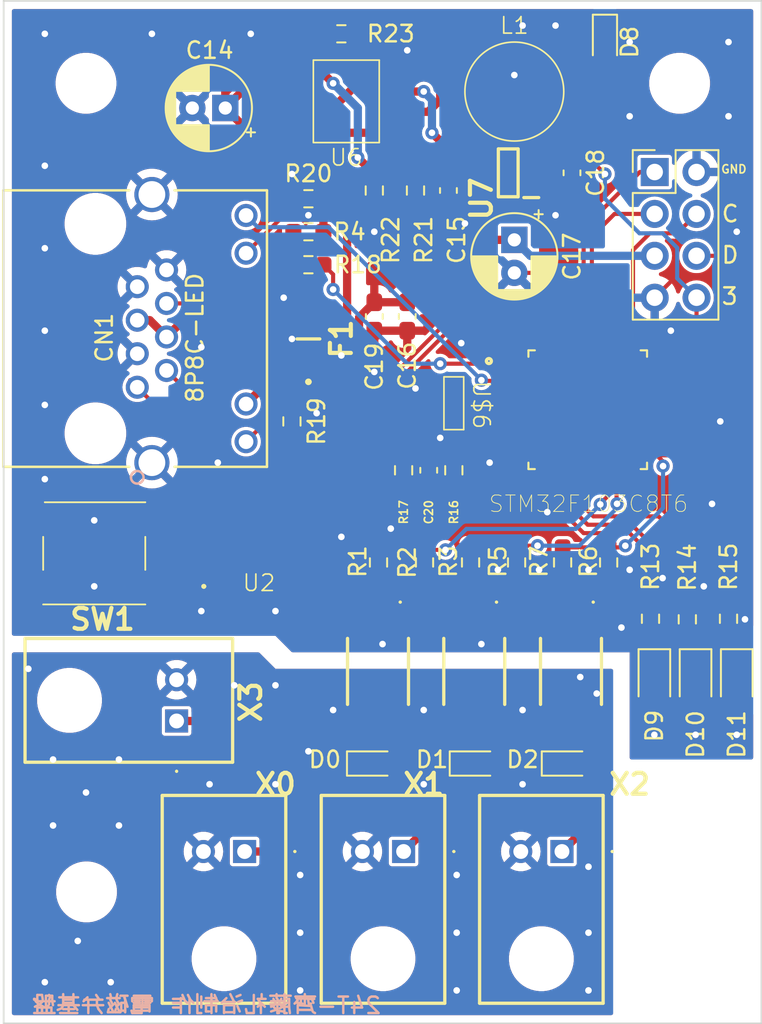
<source format=kicad_pcb>
(kicad_pcb (version 20240108) (generator "pcbnew") (generator_version "8.0")
  (layers (0 "F.Cu" signal) (31 "B.Cu" signal) (34 "B.Paste" user) (35 "F.Paste" user) (36 "B.SilkS" user "B.Silkscreen") (37 "F.SilkS" user "F.Silkscreen") (38 "B.Mask" user) (39 "F.Mask" user) (44 "Edge.Cuts" user))
  (net 0 "")
  (net 1 "GNDIO")
  (net 2 "+24V")
  (net 3 "Net-(U6-TC)")
  (net 4 "5V")
  (net 5 "3v3")
  (net 6 "/mcu/~{RESET}")
  (net 7 "SOLV0")
  (net 8 "SOLV1")
  (net 9 "Net-(CN1-Pad6)")
  (net 10 "SOLV2")
  (net 11 "VCC")
  (net 12 "/mcu/LED0")
  (net 13 "Net-(D9-PadA)")
  (net 14 "/mcu/LED1")
  (net 15 "Net-(D10-PadA)")
  (net 16 "/mcu/LED2")
  (net 17 "Net-(D11-PadA)")
  (net 18 "~{EMS}")
  (net 19 "Net-(CN1-C-G)")
  (net 20 "Net-(CN1-C-Y)")
  (net 21 "Net-(U6-FB)")
  (net 22 "Net-(U6-DC)")
  (net 28 "/mcu/SWDIO")
  (net 29 "/mcu/UART_RX")
  (net 30 "/mcu/UART_TX")
  (net 31 "LED_CAN")
  (net 34 "CANRX")
  (net 36 "CANTX")
  (net 38 "Net-(U1-OSC_OUT)")
  (net 45 "Net-(U1-OSC_IN)")
  (net 50 "/mcu/SWCLK")
  (net 51 "SOLV8")
  (net 54 "Net-(CN1-Pad4)")
  (net 55 "/can/CANH")
  (net 56 "/can/CANL")
  (net 57 "Net-(R2-Pad2)")
  (net 58 "Net-(R5-Pad2)")
  (net 59 "Net-(R6-Pad2)")
  (net 60 "Net-(D1-PadC)")
  (net 61 "Net-(D2-PadC)")
  (net 62 "Net-(D0-PadC)")
  (net 63 "GND")
  (net 64 "Net-(R17-Pad1)")
  (net 65 "Net-(U6-SWE)")
  (footprint "my_Library:XC6206" (layer "F.Cu") (at 80.629 60.429 180)
    (property "Reference" "U7")
    (property "Value" "XC6206" (hide yes))
  )
  (footprint "Resistor_SMD:R_0603_1608Metric_Pad0.98x0.95mm_HandSolder" (layer "F.Cu") (at 68.5 66 180)
    (property "Reference" "R18")
    (property "Value" "1k" (hide yes))
  )
  (footprint "Resistor_SMD:R_0603_1608Metric_Pad0.98x0.95mm_HandSolder" (layer "F.Cu") (at 75 61.5 -90)
    (property "Reference" "R21")
    (property "Value" "3.6k" (hide yes))
  )
  (footprint "Connector_PinHeader_2.54mm:PinHeader_2x04_P2.54mm_Vertical" (layer "F.Cu") (at 89.519 60.38)
    (property "Reference" "JP1" (hide yes))
    (property "Value" "PINHD-2X4" (hide yes))
  )
  (footprint "my_Library:430451025836" (layer "F.Cu") (at 55.5 83.5 180)
    (property "Reference" "SW1")
    (property "Value" "SWITCH_TACTILETOP" (hide yes))
  )
  (footprint "Capacitor_SMD:C_0603_1608Metric_Pad1.08x0.95mm_HandSolder" (layer "F.Cu") (at 84.5 60.429 -90)
    (property "Reference" "C18")
    (property "Value" "100n" (hide yes))
  )
  (footprint "Diode_SMD:D_0603_1608Metric_Pad1.05x0.95mm_HandSolder" (layer "F.Cu") (at 86.5 52.5 -90)
    (property "Reference" "D8")
    (property "Value" "DIODE-SOD123" (hide yes))
  )
  (footprint "my_Library:MC34063AD" (layer "F.Cu") (at 70.8 56.095 180)
    (property "Reference" "U6")
    (property "Value" "MC34063AD" (hide yes))
  )
  (footprint "MountingHole:MountingHole_3.2mm_M3" (layer "F.Cu") (at 55 55)
    (property "Reference" "REF**" (hide yes))
    (property "Value" "MountingHole_3.2mm_M3" (hide yes))
  )
  (footprint "Resistor_SMD:R_0603_1608Metric_Pad0.98x0.95mm_HandSolder" (layer "F.Cu") (at 91.5 87.5 -90)
    (property "Reference" "R14")
    (property "Value" "1k")
  )
  (footprint "LED_SMD:LED_0805_2012Metric_Pad1.15x1.40mm_HandSolder" (layer "F.Cu") (at 89.5 91.172 -90)
    (property "Reference" "D9")
    (property "Value" "LEDCHIPLED_0805" (hide yes))
  )
  (footprint "my_Library:S02BXASS1LFSN" (layer "F.Cu") (at 64.627 101.577 180)
    (property "Reference" "X0")
    (property "Value" "S2B-XASK-1" (hide yes))
  )
  (footprint "Capacitor_THT:CP_Radial_D5.0mm_P2.00mm" (layer "F.Cu") (at 81 64.493 -90)
    (property "Reference" "C17")
    (property "Value" "22u" (hide yes))
  )
  (footprint "Resistor_SMD:R_0603_1608Metric_Pad0.98x0.95mm_HandSolder" (layer "F.Cu") (at 77.327 78.463 90)
    (property "Reference" "R16")
    (property "Value" "10k" (hide yes))
  )
  (footprint "Resistor_SMD:R_0603_1608Metric_Pad0.98x0.95mm_HandSolder" (layer "F.Cu") (at 67.5 75.5 90)
    (property "Reference" "R19")
    (property "Value" "4k7" (hide yes))
  )
  (footprint "my_Library:11-4M1S" (layer "F.Cu") (at 72.725 90.657 180)
    (property "Reference" "TLP172AM3" (hide yes))
    (property "Value" "~" (hide yes))
  )
  (footprint "Resistor_SMD:R_0603_1608Metric_Pad0.98x0.95mm_HandSolder" (layer "F.Cu") (at 68.5 64)
    (property "Reference" "R4")
    (property "Value" "100k" (hide yes))
  )
  (footprint "my_Library:RJHSE-5381 LAN_port" (layer "F.Cu") (at 58.111 73.428 -90)
    (property "Reference" "CN1")
    (property "Value" "8P8C-LED")
  )
  (footprint "Resistor_SMD:R_0603_1608Metric_Pad0.98x0.95mm_HandSolder" (layer "F.Cu") (at 72.755 84.051 -90)
    (property "Reference" "R1")
    (property "Value" "10k" (hide yes))
  )
  (footprint "Resistor_SMD:R_0603_1608Metric_Pad0.98x0.95mm_HandSolder" (layer "F.Cu") (at 81.137 84.051 -90)
    (property "Reference" "R5")
    (property "Value" "100R" (hide yes))
  )
  (footprint "Capacitor_THT:CP_Radial_D5.0mm_P2.00mm" (layer "F.Cu") (at 63.455113 56.5 180)
    (property "Reference" "C14")
    (property "Value" "22u" (hide yes))
  )
  (footprint "my_Library:11-4M1S" (layer "F.Cu") (at 78.567 90.657 180)
    (property "Reference" "TLP172AM1" (hide yes))
    (property "Value" "~" (hide yes))
  )
  (footprint "Capacitor_SMD:C_0603_1608Metric_Pad1.08x0.95mm_HandSolder" (layer "F.Cu") (at 77 61.5 -90)
    (property "Reference" "C15")
    (property "Value" "220p" (hide yes))
  )
  (footprint "Resistor_SMD:R_0603_1608Metric_Pad0.98x0.95mm_HandSolder" (layer "F.Cu") (at 94 87.4655 -90)
    (property "Reference" "R15")
    (property "Value" "1k" (hide yes))
  )
  (footprint "Capacitor_SMD:C_0603_1608Metric_Pad1.08x0.95mm_HandSolder" (layer "F.Cu") (at 75.803 78.463 90)
    (property "Reference" "C20")
    (property "Value" "100n" (hide yes))
  )
  (footprint "my_Library:S02BXASS1LFSN" (layer "F.Cu") (at 83.891 101.577 180)
    (property "Reference" "X2")
    (property "Value" "S2B-XASK-1" (hide yes))
  )
  (footprint "my_Library:S02BXASS1LFSN" (layer "F.Cu") (at 74.279 101.577 180)
    (property "Reference" "X1")
    (property "Value" "S2B-XASK-1" (hide yes))
  )
  (footprint "my_Library:CSTCE8M00G55" (layer "F.Cu") (at 77.327 74.399 -90)
    (property "Reference" "U$6")
    (property "Value" "CSTCE8M00G55" (hide yes))
  )
  (footprint "Resistor_SMD:R_0603_1608Metric_Pad0.98x0.95mm_HandSolder" (layer "F.Cu") (at 89.265 87.4655 -90)
    (property "Reference" "R13")
    (property "Value" "1k" (hide yes))
  )
  (footprint "my_Library:S02BXASS1LFSN" (layer "F.Cu") (at 60.5 93.663 90)
    (property "Reference" "X3")
    (property "Value" "S2B-XASK-1" (hide yes))
  )
  (footprint "LED_SMD:LED_0805_2012Metric_Pad1.15x1.40mm_HandSolder" (layer "F.Cu") (at 94.5 91.172 -90)
    (property "Reference" "D11")
    (property "Value" "LEDCHIPLED_0805" (hide yes))
  )
  (footprint "Resistor_SMD:R_0603_1608Metric_Pad0.98x0.95mm_HandSolder" (layer "F.Cu") (at 86.725 84.051 -90)
    (property "Reference" "R6")
    (property "Value" "100R" (hide yes))
  )
  (footprint "my_Library:NANOASMDC035F2" (layer "F.Cu") (at 68.5 70.5 90)
    (property "Reference" "F1")
    (property "Value" "R-EU_R1206" (hide yes))
  )
  (footprint "Resistor_SMD:R_0603_1608Metric_Pad0.98x0.95mm_HandSolder" (layer "F.Cu") (at 74.279 78.463 90)
    (property "Reference" "R17")
    (property "Value" "100R" (hide yes))
  )
  (footprint "Diode_SMD:D_0603_1608Metric_Pad1.05x0.95mm_HandSolder" (layer "F.Cu") (at 84.326 96.243)
    (property "Reference" "D2")
    (property "Value" "DIODE-SOD123" (hide yes))
  )
  (footprint "Resistor_SMD:R_0603_1608Metric_Pad0.98x0.95mm_HandSolder" (layer "F.Cu") (at 75.549 84.051 -90)
    (property "Reference" "R2")
    (property "Value" "100R" (hide yes))
  )
  (footprint "MountingHole:MountingHole_3.2mm_M3" (layer "F.Cu") (at 55.033 104.026)
    (property "Reference" "REF**" (hide yes))
    (property "Value" "MountingHole_3.2mm_M3" (hide yes))
  )
  (footprint "Capacitor_SMD:C_0603_1608Metric_Pad1.08x0.95mm_HandSolder" (layer "F.Cu") (at 74.5 69.1375 -90)
    (property "Reference" "C16")
    (property "Value" "100n" (hide yes))
  )
  (footprint "Resistor_SMD:R_0603_1608Metric_Pad0.98x0.95mm_HandSolder" (layer "F.Cu") (at 68.5 62 180)
    (property "Reference" "R20")
    (property "Value" "1k" (hide yes))
  )
  (footprint "my_Library:stm32f103c8t6" (layer "F.Cu") (at 85.455 74.791)
    (property "Reference" "STM32F103C8T6")
    (property "Value" "STM32F103C8" (hide yes))
  )
  (footprint "MountingHole:MountingHole_3.2mm_M3" (layer "F.Cu") (at 91.033 55)
    (property "Reference" "REF**" (hide yes))
    (property "Value" "MountingHole_3.2mm_M3" (hide yes))
  )
  (footprint "Resistor_SMD:R_0603_1608Metric_Pad0.98x0.95mm_HandSolder" (layer "F.Cu") (at 83.931 84.051 -90)
    (property "Reference" "R7")
    (property "Value" "10k" (hide yes))
  )
  (footprint "Diode_SMD:D_0603_1608Metric_Pad1.05x0.95mm_HandSolder" (layer "F.Cu") (at 78.738 96.243)
    (property "Reference" "D1")
    (property "Value" "DIODE-SOD123" (hide yes))
  )
  (footprint "LED_SMD:LED_0805_2012Metric_Pad1.15x1.40mm_HandSolder" (layer "F.Cu") (at 92 91.172 -90)
    (property "Reference" "D10")
    (property "Value" "LEDCHIPLED_0805" (hide yes))
  )
  (footprint "MountingHole:MountingHole_3.2mm_M3" (layer "F.Cu") (at 91.033 104.026)
    (property "Reference" "REF**" (hide yes))
    (property "Value" "MountingHole_3.2mm_M3" (hide yes))
  )
  (footprint "Resistor_SMD:R_0603_1608Metric_Pad0.98x0.95mm_HandSolder" (layer "F.Cu") (at 70.5 52)
    (property "Reference" "R23")
    (property "Value" "0.68" (hide yes))
  )
  (footprint "Capacitor_SMD:C_0603_1608Metric_Pad1.08x0.95mm_HandSolder" (layer "F.Cu") (at 72.5 69.1375 90)
    (property "Reference" "C19")
    (property "Value" "100n" (hide yes))
  )
  (footprint "my_Library:L5852" (layer "F.Cu") (at 81 55.5)
    (property "Reference" "L1")
    (property "Value" "L5852")
  )
  (footprint "my_Library:NCV7351D1E" (layer "F.Cu") (at 65.74 81.865 -90)
    (property "Reference" "U2")
    (property "Value" "NCV7351D1E")
  )
  (footprint "Diode_SMD:D_0603_1608Metric_Pad1.05x0.95mm_HandSolder" (layer "F.Cu") (at 72.501 96.243)
    (property "Reference" "D0")
    (property "Value" "DIODE-SOD123" (hide yes))
  )
  (footprint "Resistor_SMD:R_0603_1608Metric_Pad0.98x0.95mm_HandSolder" (layer "F.Cu") (at 78.343 84.051 -90)
    (property "Reference" "R3")
    (property "Value" "10k" (hide yes))
  )
  (footprint "Resistor_SMD:R_0603_1608Metric_Pad0.98x0.95mm_HandSolder" (layer "F.Cu") (at 72.5 61.5 90)
    (property "Reference" "R22")
    (property "Value" "1.2k")
  )
  (footprint "my_Library:11-4M1S" (layer "F.Cu") (at 84.439 90.657 180)
    (property "Reference" "TLP172AM2" (hide yes))
    (property "Value" "~" (hide yes))
  )
  (gr_line (start 50 112) (end 96 112) (stroke (width 0.1)) (layer "Edge.Cuts"))
  (gr_line (start 96 112) (end 96 50) (stroke (width 0.1)) (layer "Edge.Cuts"))
  (gr_line (start 96 50) (end 50 50) (stroke (width 0.1)) (layer "Edge.Cuts"))
  (gr_line (start 50 50) (end 50 112) (stroke (width 0.1)) (layer "Edge.Cuts"))
  (gr_text "24T-齊藤礼治制作　電磁弁基盤\n" (at 73 111.5 0) (layer "B.SilkS") (effects (font (size 1 1)) (justify left bottom mirror)))
  (gr_text "GND" (at 93.5 60.5 0) (layer "F.SilkS") (effects (font (size 0.5 0.5) (thickness 0.1)) (justify left bottom)))
  (gr_text "D" (at 93.5 66 0) (layer "F.SilkS") (effects (font (size 1 1)) (justify left bottom)))
  (gr_text "C" (at 93.5 63.5 0) (layer "F.SilkS") (effects (font (size 1 1)) (justify left bottom)))
  (gr_text "3" (at 93.5 68.5 0) (layer "F.SilkS") (effects (font (size 1 1)) (justify left bottom)))
  (segment (start 66.73 83.77) (end 62.98 83.77) (width 0.25) (layer "F.Cu") (net 1))
  (segment (start 83.611396 71.951) (end 84.439 71.951) (width 0.25) (layer "F.Cu") (net 1))
  (segment (start 93.234 70.402396) (end 93.234 67.234001) (width 0.25) (layer "F.Cu") (net 1))
  (segment (start 87.705 78.971) (end 87.705 79.941695) (width 0.25) (layer "F.Cu") (net 1))
  (segment (start 73.5 54.19) (end 73.5 54) (width 0.25) (layer "F.Cu") (net 1))
  (segment (start 73 77.5505) (end 74.279 77.5505) (width 0.25) (layer "F.Cu") (net 1))
  (segment (start 60.55 82.55) (end 61.77 83.77) (width 0.25) (layer "F.Cu") (net 1))
  (segment (start 90.884 66.635) (end 89.519 68) (width 0.25) (layer "F.Cu") (net 1))
  (segment (start 92.059 60.38) (end 92.059 58.941) (width 0.25) (layer "F.Cu") (net 1))
  (segment (start 88.263305 80.5) (end 93 80.5) (width 0.25) (layer "F.Cu") (net 1))
  (segment (start 69.375 84.5) (end 63.71 84.5) (width 0.25) (layer "F.Cu") (net 1))
  (segment (start 83 69.5) (end 83.205 69.705) (width 0.25) (layer "F.Cu") (net 1))
  (segment (start 63.71 84.5) (end 62.98 83.77) (width 0.25) (layer "F.Cu") (net 1))
  (segment (start 77.704076 78.463) (end 76.6655 78.463) (width 0.25) (layer "F.Cu") (net 1))
  (segment (start 82.2415 61.2915) (end 82.104 61.429) (width 0.25) (layer "F.Cu") (net 1))
  (segment (start 93.234 67.234001) (end 92.634999 66.635) (width 0.25) (layer "F.Cu") (net 1))
  (segment (start 79.031268 69.5) (end 83 69.5) (width 0.25) (layer "F.Cu") (net 1))
  (segment (start 92.634999 66.635) (end 90.884 66.635) (width 0.25) (layer "F.Cu") (net 1))
  (segment (start 74.279 77.5505) (end 74.279 77.8015) (width 0.25) (layer "F.Cu") (net 1))
  (segment (start 70.035 83.84) (end 69.375 84.5) (width 0.25) (layer "F.Cu") (net 1))
  (segment (start 93.025 88.063424) (end 93.025 90.722) (width 0.25) (layer "F.Cu") (net 1))
  (segment (start 70.035 80.5155) (end 70.035 83.84) (width 0.25) (layer "F.Cu") (net 1))
  (segment (start 84.439 71.951) (end 84.705 71.685) (width 0.25) (layer "F.Cu") (net 1))
  (segment (start 82.915 66.493) (end 84.705 68.283) (width 0.25) (layer "F.Cu") (net 1))
  (segment (start 68.5 82.5) (end 68.96 82.5) (width 0.5) (layer "F.Cu") (net 1))
  (segment (start 84.705 68.283) (end 84.705 70.611) (width 0.25) (layer "F.Cu") (net 1))
  (segment (start 89.635 72.541) (end 91.095396 72.541) (width 0.25) (layer "F.Cu") (net 1))
  (segment (start 67.5 60.5) (end 69 62) (width 0.25) (layer "F.Cu") (net 1))
  (segment (start 81 66.493) (end 82.915 66.493) (width 0.25) (layer "F.Cu") (net 1))
  (segment (start 79.615396 75.541) (end 78.153198 77.003198) (width 0.25) (layer "F.Cu") (net 1))
  (segment (start 69.4125 62) (end 69.4125 64) (width 0.25) (layer "F.Cu") (net 1))
  (segment (start 76.6655 78.463) (end 75.803 79.3255) (width 0.25) (layer "F.Cu") (net 1))
  (segment (start 78.153198 77.003198) (end 78.153198 78.013878) (width 0.25) (layer "F.Cu") (net 1))
  (segment (start 93.025 90.722) (end 94.5 92.197) (width 0.25) (layer "F.Cu") (net 1))
  (segment (start 83.205 70.611) (end 83.205 71.544604) (width 0.25) (layer "F.Cu") (net 1))
  (segment (start 81.275 75.541) (end 79.615396 75.541) (width 0.25) (layer "F.Cu") (net 1))
  (segment (start 92.059 58.941) (end 94 57) (width 0.25) (layer "F.Cu") (net 1))
  (segment (start 68 82.5) (end 66.73 83.77) (width 0.25) (layer "F.Cu") (net 1))
  (segment (start 84.705 71.685) (end 84.705 70.611) (width 0.25) (layer "F.Cu") (net 1))
  (segment (start 72.6395 77.5505) (end 73 77.5505) (width 0.25) (layer "F.Cu") (net 1))
  (segment (start 74.279 76.643188) (end 74.279 77.5505) (width 0.25) (layer "F.Cu") (net 1))
  (segment (start 76.523188 74.399) (end 74.279 76.643188) (width 0.25) (layer "F.Cu") (net 1))
  (segment (start 73 77.5505) (end 70.035 80.5155) (width 0.25) (layer "F.Cu") (net 1))
  (segment (start 83.205 69.705) (end 83.205 70.611) (width 0.25) (layer "F.Cu") (net 1))
  (segment (start 77.102 74.399) (end 76.523188 74.399) (width 0.25) (layer "F.Cu") (net 1))
  (segment (start 68.5 82.5) (end 68 82.5) (width 0.25) (layer "F.Cu") (net 1))
  (segment (start 78.153198 78.013878) (end 77.704076 78.463) (width 0.25) (layer "F.Cu") (net 1))
  (segment (start 91.095396 72.541) (end 93.234 70.402396) (width 0.25) (layer "F.Cu") (net 1))
  (segment (start 75.899 74.399) (end 77.102 74.399) (width 0.25) (layer "F.Cu") (net 1))
  (segment (start 61.77 83.77) (end 62.98 83.77) (width 0.25) (layer "F.Cu") (net 1))
  (segment (start 69 62) (end 69.4125 62) (width 0.25) (layer "F.Cu") (net 1))
  (segment (start 73.5 54) (end 74.5 53) (width 0.25) (layer "F.Cu") (net 1))
  (segment (start 60.55 79.55) (end 60.55 82.55) (width 0.25) (layer "F.Cu") (net 1))
  (segment (start 93.588424 87.5) (end 93.025 88.063424) (width 0.25) (layer "F.Cu") (net 1))
  (segment (start 87.705 79.941695) (end 88.263305 80.5) (width 0.25) (layer "F.Cu") (net 1))
  (segment (start 59 78) (end 60.55 79.55) (width 0.25) (layer "F.Cu") (net 1))
  (segment (start 75 73.5) (end 75.899 74.399) (width 0.25) (layer "F.Cu") (net 1))
  (segment (start 77.778287 70.752981) (end 79.031268 69.5) (width 0.25) (layer "F.Cu") (net 1))
  (segment (start 83.205 71.544604) (end 83.611396 71.951) (width 0.25) (layer "F.Cu") (net 1))
  (segment (start 72.5 62.4125) (end 72.5 64) (width 0.25) (layer "F.Cu") (net 1))
  (segment (start 95 87.5) (end 93.588424 87.5) (width 0.25) (layer "F.Cu") (net 1))
  (segment (start 68.5 82.5) (end 68.94 82.5) (width 0.25) (layer "F.Cu") (net 1))
  (via (at 65 52) (size 0.8) (drill 0.4) (layers "F.Cu" "B.Cu") (net 1))
  (via (at 93.5 75.5) (size 0.8) (drill 0.4) (layers "F.Cu" "B.Cu") (net 1))
  (via (at 77.778287 70.752981) (size 0.8) (drill 0.4) (layers "F.Cu" "B.Cu") (net 1))
  (via (at 52.5 60) (size 0.8) (drill 0.4) (layers "F.Cu" "B.Cu") (net 1))
  (via (at 93 80.5) (size 0.8) (drill 0.4) (layers "F.Cu" "B.Cu") (net 1))
  (via (at 79.5 78) (size 0.8) (drill 0.4) (layers "F.Cu" "B.Cu") (net 1))
  (via (at 88 84.5) (size 0.8) (drill 0.4) (layers "F.Cu" "B.Cu") (net 1))
  (via (at 95 87.5) (size 0.8) (drill 0.4) (layers "F.Cu" "B.Cu") (net 1))
  (via (at 52.5 79) (size 0.8) (drill 0.4) (layers "F.Cu" "B.Cu") (net 1))
  (via (at 82.5 84.5) (size 0.8) (drill 0.4) (layers "F.Cu" "B.Cu") (net 1))
  (via (at 52.5 52) (size 0.8) (drill 0.4) (layers "F.Cu" "B.Cu") (net 1))
  (via (at 70.5 71.5) (size 0.8) (drill 0.4) (layers "F.Cu" "B.Cu") (net 1))
  (via (at 92.5 85.5) (size 0.8) (drill 0.4) (layers "F.Cu" "B.Cu") (net 1))
  (via (at 68.5 63) (size 0.8) (drill 0.4) (layers "F.Cu" "B.Cu") (net 1))
  (via (at 72.5 64) (size 0.8) (drill 0.4) (layers "F.Cu" "B.Cu") (net 1))
  (via (at 55.5 85.5) (size 0.8) (drill 0.4) (layers "F.Cu" "B.Cu") (net 1))
  (via (at 62 87) (size 0.8) (drill 0.4) (layers "F.Cu" "B.Cu") (net 1))
  (via (at 83 81) (size 0.8) (drill 0.4) (layers "F.Cu" "B.Cu") (net 1))
  (via (at 78 63.5) (size 0.8) (drill 0.4) (layers "F.Cu" "B.Cu") (net 1))
  (via (at 70.5 82.5) (size 0.8) (drill 0.4) (layers "F.Cu" "B.Cu") (net 1))
  (via (at 88 57) (size 0.8) (drill 0.4) (layers "F.Cu" "B.Cu") (net 1))
  (via (at 87.5 88) (size 0.8) (drill 0.4) (layers "F.Cu" "B.Cu") (net 1))
  (via (at 74.5 53) (size 0.8) (drill 0.4) (layers "F.Cu" "B.Cu") (net 1))
  (via (at 81.5 51.5) (size 0.8) (drill 0.4) (layers "F.Cu" "B.Cu") (net 1))
  (via (at 66.5 87) (size 0.8) (drill 0.4) (layers "F.Cu" "B.Cu") (net 1))
  (via (at 94 52.5) (size 0.8) (drill 0.4) (layers "F.Cu" "B.Cu") (net 1))
  (via (at 92 94.5) (size 0.8) (drill 0.4) (layers "F.Cu" "B.Cu") (net 1))
  (via (at 81 54.5) (size 0.8) (drill 0.4) (layers "F.Cu" "B.Cu") (net 1))
  (via (at 83.5 63) (size 0.8) (drill 0.4) (layers "F.Cu" "B.Cu") (net 1))
  (via (at 94 57) (size 0.8) (drill 0.4) (layers "F.Cu" "B.Cu") (net 1))
  (via (at 89.5 94.5) (size 0.8) (drill 0.4) (layers "F.Cu" "B.Cu") (net 1))
  (via (at 69 75) (size 0.8) (drill 0.4) (layers "F.Cu" "B.Cu") (net 1))
  (via (at 83.5 51.5) (size 0.8) (drill 0.4) (layers "F.Cu" "B.Cu") (net 1))
  (via (at 52.5 74.5) (size 0.8) (drill 0.4) (layers "F.Cu" "B.Cu") (net 1))
  (via (at 85.5 84.5) (size 0.8) (drill 0.4) (layers "F.Cu" "B.Cu") (net 1))
  (via (at 94.5 64) (size 0.8) (drill 0.4) (layers "F.Cu" "B.Cu") (net 1))
  (via (at 67.5 70.5) (size 0.8) (drill 0.4) (layers "F.Cu" "B.Cu") (net 1))
  (via (at 73.5 82) (size 0.8) (drill 0.4) (layers "F.Cu" "B.Cu") (net 1))
  (via (at 63 78) (size 0.8) (drill 0.4) (layers "F.Cu" "B.Cu") (net 1))
  (via (at 52.5 70) (size 0.8) (drill 0.4) (layers "F.Cu" "B.Cu") (net 1))
  (via (at 75 73.5) (size 0.8) (drill 0.4) (layers "F.Cu" "B.Cu") (net 1))
  (via (at 80 84.5) (size 0.8) (drill 0.4) (layers "F.Cu" "B.Cu") (net 1))
  (via (at 88 52.5) (size 0.8) (drill 0.4) (layers "F.Cu" "B.Cu") (net 1))
  (via (at 67 68) (size 0.8) (drill 0.4) (layers "F.Cu" "B.Cu") (net 1))
  (via (at 67.5 60.5) (size 0.8) (drill 0.4) (layers "F.Cu" "B.Cu") (net 1))
  (via (at 72.5 72.5) (size 0.8) (drill 0.4) (layers "F.Cu" "B.Cu") (net 1))
  (via (at 52.5 65) (size 0.8) (drill 0.4) (layers "F.Cu" "B.Cu") (net 1))
  (via (at 94.5 94.5) (size 0.8) (drill 0.4) (layers "F.Cu" "B.Cu") (net 1))
  (via (at 55.5 81.5) (size 0.8) (drill 0.4) (layers "F.Cu" "B.Cu") (net 1))
  (via (at 90.5 70) (size 0.8) (drill 0.4) (layers "F.Cu" "B.Cu") (net 1))
  (via (at 62 71) (size 0.8) (drill 0.4) (layers "F.Cu" "B.Cu") (net 1))
  (via (at 59 52) (size 0.8) (drill 0.4) (layers "F.Cu" "B.Cu") (net 1))
  (via (at 73 89) (size 0.8) (drill 0.4) (layers "F.Cu" "B.Cu") (net 1))
  (via (at 79 89) (size 0.8) (drill 0.4) (layers "F.Cu" "B.Cu") (net 1))
  (via (at 76.5 76.5) (size 0.8) (drill 0.4) (layers "F.Cu" "B.Cu") (net 1))
  (via (at 90 85) (size 0.8) (drill 0.4) (layers "F.Cu" "B.Cu") (net 1))
  (segment (start 70.85 61.971146) (end 68.528854 59.65) (width 0.5) (layer "F.Cu") (net 2))
  (segment (start 64.495113 55.46) (end 68.1 55.46) (width 0.5) (layer "F.Cu") (net 2))
  (segment (start 70.85 69.625) (end 68.5 71.975) (width 0.5) (layer "F.Cu") (net 2))
  (segment (start 68.528854 59.65) (end 66.605113 59.65) (width 0.5) (layer "F.Cu") (net 2))
  (segment (start 63.455113 56.5) (end 64.495113 55.46) (width 0.5) (layer "F.Cu") (net 2))
  (segment (start 66.605113 59.65) (end 63.455113 56.5) (width 0.5) (layer "F.Cu") (net 2))
  (segment (start 67 52) (end 63.455113 55.544887) (width 0.5) (layer "F.Cu") (net 2))
  (segment (start 68.5 71.975) (end 67.184 71.975) (width 0.5) (layer "F.Cu") (net 2))
  (segment (start 69.5875 52) (end 67 52) (width 0.5) (layer "F.Cu") (net 2))
  (segment (start 67.184 71.975) (end 64.715 74.444) (width 0.5) (layer "F.Cu") (net 2))
  (segment (start 63.455113 55.544887) (end 63.455113 56.5) (width 0.5) (layer "F.Cu") (net 2))
  (segment (start 70.85 61.971146) (end 70.85 69.625) (width 0.5) (layer "F.Cu") (net 2))
  (segment (start 64.8585 74.5875) (end 64.715 74.444) (width 0.25) (layer "F.Cu") (net 2))
  (segment (start 68.1 55.46) (end 68.73 55.46) (width 0.25) (layer "F.Cu") (net 2))
  (segment (start 73.5 55.46) (end 73.96 55.46) (width 0.5) (layer "F.Cu") (net 3))
  (segment (start 75.5 55.5) (end 73.54 55.5) (width 0.5) (layer "F.Cu") (net 3))
  (segment (start 77 59) (end 76 58) (width 0.5) (layer "F.Cu") (net 3))
  (segment (start 77 60.6375) (end 77 59) (width 0.5) (layer "F.Cu") (net 3))
  (segment (start 73.54 55.5) (end 73.5 55.46) (width 0.5) (layer "F.Cu") (net 3))
  (via (at 76 58) (size 0.8) (drill 0.4) (layers "F.Cu" "B.Cu") (net 3))
  (via (at 75.5 55.5) (size 0.8) (drill 0.4) (layers "F.Cu" "B.Cu") (net 3))
  (segment (start 76 58) (end 76 56) (width 0.5) (layer "B.Cu") (net 3))
  (segment (start 76 56) (end 75.5 55.5) (width 0.5) (layer "B.Cu") (net 3))
  (segment (start 74.5 67) (end 74.5 68.275) (width 0.25) (layer "F.Cu") (net 4))
  (segment (start 79.154 63.346) (end 79.154 60.429) (width 0.5) (layer "F.Cu") (net 4))
  (segment (start 72.5 68.275) (end 72.225 68.275) (width 0.25) (layer "F.Cu") (net 4))
  (segment (start 79.154 56.154) (end 78.5 55.5) (width 0.5) (layer "F.Cu") (net 4))
  (segment (start 79.105 60.429) (end 79.154 60.429) (width 0.25) (layer "F.Cu") (net 4))
  (segment (start 64.71 81.23) (end 65.5 81.23) (width 0.5) (layer "F.Cu") (net 4))
  (segment (start 71.575 69.2) (end 72.5 68.275) (width 0.5) (layer "F.Cu") (net 4))
  (segment (start 62.98 79.96) (end 63.44 79.96) (width 0.5) (layer "F.Cu") (net 4))
  (segment (start 75 62.4125) (end 75 66.5) (width 0.25) (layer "F.Cu") (net 4))
  (segment (start 65.5 80.050432) (end 71.575 73.975432) (width 0.5) (layer "F.Cu") (net 4))
  (segment (start 65.5 81.23) (end 65.5 80.050432) (width 0.5) (layer "F.Cu") (net 4))
  (segment (start 79 64) (end 79 63.5) (width 0.5) (layer "F.Cu") (net 4))
  (segment (start 75 66.5) (end 74.5 67) (width 0.25) (layer "F.Cu") (net 4))
  (segment (start 81 64.493) (end 79.493 64.493) (width 0.5) (layer "F.Cu") (net 4))
  (segment (start 79.154 60.429) (end 79.154 56.154) (width 0.5) (layer "F.Cu") (net 4))
  (segment (start 79.493 64.493) (end 79 64) (width 0.5) (layer "F.Cu") (net 4))
  (segment (start 71.575 73.975432) (end 71.575 69.2) (width 0.5) (layer "F.Cu") (net 4))
  (segment (start 68.5 81.23) (end 68.96 81.23) (width 0.25) (layer "F.Cu") (net 4))
  (segment (start 63.44 79.96) (end 64.71 81.23) (width 0.5) (layer "F.Cu") (net 4))
  (segment (start 65.5 81.23) (end 68.5 81.23) (width 0.5) (layer "F.Cu") (net 4))
  (segment (start 79 63.5) (end 79.154 63.346) (width 0.5) (layer "F.Cu") (net 4))
  (segment (start 79.154 60.429) (end 79.154 60.654) (width 0.25) (layer "F.Cu") (net 4))
  (segment (start 89.519 65.46) (end 81.967 65.46) (width 0.5) (layer "B.Cu") (net 4))
  (segment (start 81.967 65.46) (end 81 64.493) (width 0.5) (layer "B.Cu") (net 4))
  (segment (start 81.275 76.041) (end 80.003 76.041) (width 0.25) (layer "F.Cu") (net 5))
  (segment (start 78.603198 77.440802) (end 78.603198 78.574302) (width 0.25) (layer "F.Cu") (net 5))
  (segment (start 87.995 72.411) (end 88.205 72.621) (width 0.25) (layer "F.Cu") (net 5))
  (segment (start 82.705 70.611) (end 82.705 71.681) (width 0.25) (layer "F.Cu") (net 5))
  (segment (start 82.2415 59.5665) (end 82.104 59.429) (width 0.25) (layer "F.Cu") (net 5))
  (segment (start 86.5 60.5) (end 85.5 59.5) (width 0.25) (layer "F.Cu") (net 5))
  (segment (start 85.4335 59.5665) (end 84.5 59.5665) (width 0.25) (layer "F.Cu") (net 5))
  (segment (start 89.635 72.041) (end 88.565 72.041) (width 0.25) (layer "F.Cu") (net 5))
  (segment (start 89.635 72.041) (end 90.959 72.041) (width 0.25) (layer "F.Cu") (net 5))
  (segment (start 87.995 72.401) (end 88.205 72.401) (width 0.25) (layer "F.Cu") (net 5))
  (segment (start 77.802 79.3755) (end 77.327 79.3755) (width 0.25) (layer "F.Cu") (net 5))
  (segment (start 88.205 72.875) (end 88.205 78.971) (width 0.25) (layer "F.Cu") (net 5))
  (segment (start 83.425 72.401) (end 87.741 72.401) (width 0.25) (layer "F.Cu") (net 5))
  (segment (start 80.003 76.041) (end 78.603198 77.440802) (width 0.25) (layer "F.Cu") (net 5))
  (segment (start 87.741 72.411) (end 88.205 72.875) (width 0.25) (layer "F.Cu") (net 5))
  (segment (start 88.565 72.041) (end 88.205 72.401) (width 0.25) (layer "F.Cu") (net 5))
  (segment (start 87.741 72.401) (end 87.995 72.401) (width 0.25) (layer "F.Cu") (net 5))
  (segment (start 81.275 76.041) (end 84.565 76.041) (width 0.25) (layer "F.Cu") (net 5))
  (segment (start 87.741 72.401) (end 87.741 72.411) (width 0.25) (layer "F.Cu") (net 5))
  (segment (start 84.5 59.5665) (end 82.2415 59.5665) (width 0.25) (layer "F.Cu") (net 5))
  (segment (start 88.205 72.621) (end 88.205 72.875) (width 0.25) (layer "F.Cu") (net 5))
  (segment (start 88.205 72.401) (end 88.205 72.621) (width 0.25) (layer "F.Cu") (net 5))
  (segment (start 87.995 72.401) (end 87.995 72.411) (width 0.25) (layer "F.Cu") (net 5))
  (segment (start 85.5 59.5) (end 85.4335 59.5665) (width 0.25) (layer "F.Cu") (net 5))
  (segment (start 82.705 71.681) (end 83.425 72.401) (width 0.25) (layer "F.Cu") (net 5))
  (segment (start 78.603198 78.574302) (end 77.802 79.3755) (width 0.25) (layer "F.Cu") (net 5))
  (segment (start 84.565 76.041) (end 88.565 72.041) (width 0.25) (layer "F.Cu") (net 5))
  (segment (start 90.959 72.041) (end 92.059 70.941) (width 0.25) (layer "F.Cu") (net 5))
  (segment (start 92.059 70.941) (end 92.059 68) (width 0.25) (layer "F.Cu") (net 5))
  (via (at 86.5 60.5) (size 0.8) (drill 0.4) (layers "F.Cu" "B.Cu") (net 5))
  (segment (start 90.884 64.973299) (end 90.005701 64.095) (width 0.25) (layer "B.Cu") (net 5))
  (segment (start 88.595 64.095) (end 86.5 62) (width 0.25) (layer "B.Cu") (net 5))
  (segment (start 92.059 68) (end 90.884 66.825) (width 0.25) (layer "B.Cu") (net 5))
  (segment (start 90.005701 64.095) (end 88.595 64.095) (width 0.25) (layer "B.Cu") (net 5))
  (segment (start 86.5 62) (end 86.5 60.5) (width 0.25) (layer "B.Cu") (net 5))
  (segment (start 90.884 66.825) (end 90.884 64.973299) (width 0.25) (layer "B.Cu") (net 5))
  (segment (start 77.327 77.193) (end 77.327 77.5505) (width 0.25) (layer "F.Cu") (net 6))
  (segment (start 79.479 75.041) (end 77.327 77.193) (width 0.25) (layer "F.Cu") (net 6))
  (segment (start 75.803 77.6005) (end 77.277 77.6005) (width 0.25) (layer "F.Cu") (net 6))
  (segment (start 62.325 85.825) (end 69.675 85.825) (width 0.25) (layer "F.Cu") (net 6))
  (segment (start 69.675 85.825) (end 71.5 84) (width 0.25) (layer "F.Cu") (net 6))
  (segment (start 59 81.5) (end 59 82.5) (width 0.25) (layer "F.Cu") (net 6))
  (segment (start 71.5 81.479) (end 73.479 79.5) (width 0.25) (layer "F.Cu") (net 6))
  (segment (start 75.0405 78.363) (end 75.803 77.6005) (width 0.25) (layer "F.Cu") (net 6))
  (segment (start 73.479 79.5) (end 73.479 78.885924) (width 0.25) (layer "F.Cu") (net 6))
  (segment (start 77.277 77.6005) (end 77.327 77.5505) (width 0.25) (layer "F.Cu") (net 6))
  (segment (start 71.5 84) (end 71.5 81.479) (width 0.25) (layer "F.Cu") (net 6))
  (segment (start 59 82.5) (end 62.325 85.825) (width 0.25) (layer "F.Cu") (net 6))
  (segment (start 74.001924 78.363) (end 75.0405 78.363) (width 0.25) (layer "F.Cu") (net 6))
  (segment (start 81.275 75.041) (end 79.479 75.041) (width 0.25) (layer "F.Cu") (net 6))
  (segment (start 75.637 77.3665) (end 75.687 77.3165) (width 0.25) (layer "F.Cu") (net 6))
  (segment (start 73.479 78.885924) (end 74.001924 78.363) (width 0.25) (layer "F.Cu") (net 6))
  (segment (start 75.6995 83.289) (end 75.549 83.1385) (width 0.25) (layer "F.Cu") (net 7))
  (segment (start 76.819 83.289) (end 75.6995 83.289) (width 0.25) (layer "F.Cu") (net 7))
  (segment (start 75.549 83.1385) (end 72.755 83.1385) (width 0.25) (layer "F.Cu") (net 7))
  (segment (start 86.217 80.485695) (end 86.217 80.532) (width 0.25) (layer "F.Cu") (net 7))
  (segment (start 86.705 78.971) (end 86.705 79.997695) (width 0.25) (layer "F.Cu") (net 7))
  (segment (start 86.705 79.997695) (end 86.217 80.485695) (width 0.25) (layer "F.Cu") (net 7))
  (via (at 86.217 80.532) (size 0.8) (drill 0.4) (layers "F.Cu" "B.Cu") (net 7))
  (via (at 76.819 83.289) (size 0.8) (drill 0.4) (layers "F.Cu" "B.Cu") (net 7))
  (segment (start 84.73 82.019) (end 78.089 82.019) (width 0.25) (layer "B.Cu") (net 7))
  (segment (start 86.217 80.532) (end 84.73 82.019) (width 0.25) (layer "B.Cu") (net 7))
  (segment (start 78.089 82.019) (end 76.819 83.289) (width 0.25) (layer "B.Cu") (net 7))
  (segment (start 82.407 83.035) (end 81.2405 83.035) (width 0.25) (layer "F.Cu") (net 8))
  (segment (start 78.343 83.1385) (end 81.137 83.1385) (width 0.25) (layer "F.Cu") (net 8))
  (segment (start 81.2405 83.035) (end 81.137 83.1385) (width 0.25) (layer "F.Cu") (net 8))
  (segment (start 87.205 80.467) (end 87.233 80.495) (width 0.25) (layer "F.Cu") (net 8))
  (segment (start 87.205 78.971) (end 87.205 80.467) (width 0.25) (layer "F.Cu") (net 8))
  (via (at 87.233 80.495) (size 0.8) (drill 0.4) (layers "F.Cu" "B.Cu") (net 8))
  (via (at 82.407 83.035) (size 0.8) (drill 0.4) (layers "F.Cu" "B.Cu") (net 8))
  (segment (start 87.233 80.495) (end 87.233 80.749) (width 0.25) (layer "B.Cu") (net 8))
  (segment (start 84.947 83.035) (end 82.407 83.035) (width 0.25) (layer "B.Cu") (net 8))
  (segment (start 87.233 80.749) (end 84.947 83.035) (width 0.25) (layer "B.Cu") (net 8))
  (segment (start 87.233 80.495) (end 87.279305 80.541305) (width 0.25) (layer "B.Cu") (net 8))
  (segment (start 65.2395 68.348) (end 67.5875 66) (width 0.25) (layer "F.Cu") (net 9))
  (segment (start 67.5875 64) (end 67.5875 66) (width 0.25) (layer "F.Cu") (net 9))
  (segment (start 59.889 68.348) (end 65.2395 68.348) (width 0.25) (layer "F.Cu") (net 9))
  (segment (start 86.725 83.1385) (end 87.6375 83.1385) (width 0.25) (layer "F.Cu") (net 10))
  (segment (start 90.027 77.933) (end 89.635 77.541) (width 0.25) (layer "F.Cu") (net 10))
  (segment (start 90.027 78.209) (end 90.027 77.933) (width 0.25) (layer "F.Cu") (net 10))
  (segment (start 83.931 83.1385) (end 86.725 83.1385) (width 0.25) (layer "F.Cu") (net 10))
  (segment (start 87.6375 83.1385) (end 87.736347 83.039653) (width 0.25) (layer "F.Cu") (net 10))
  (via (at 90.027 78.209) (size 0.8) (drill 0.4) (layers "F.Cu" "B.Cu") (net 10))
  (via (at 87.736347 83.039653) (size 0.8) (drill 0.4) (layers "F.Cu" "B.Cu") (net 10))
  (segment (start 87.736347 83.039653) (end 90.027 80.749) (width 0.25) (layer "B.Cu") (net 10))
  (segment (start 90.027 80.749) (end 90.027 78.209) (width 0.25) (layer "B.Cu") (net 10))
  (segment (start 77.327 91.671) (end 83.453 91.671) (width 0.5) (layer "F.Cu") (net 11))
  (segment (start 83.453 91.671) (end 85.739 93.957) (width 0.5) (layer "F.Cu") (net 11))
  (segment (start 74.025 93.957) (end 71.739 91.671) (width 0.5) (layer "F.Cu") (net 11))
  (segment (start 71.739 91.671) (end 69.199 91.671) (width 0.5) (layer "F.Cu") (net 11))
  (segment (start 71.739 91.671) (end 77.327 91.671) (width 0.5) (layer "F.Cu") (net 11))
  (segment (start 67.207 93.663) (end 60.5 93.663) (width 0.5) (layer "F.Cu") (net 11))
  (segment (start 69.199 91.671) (end 67.207 93.663) (width 0.5) (layer "F.Cu") (net 11))
  (segment (start 77.581 91.671) (end 77.327 91.671) (width 0.5) (layer "F.Cu") (net 11))
  (segment (start 79.867 93.957) (end 77.581 91.671) (width 0.5) (layer "F.Cu") (net 11))
  (segment (start 84.205 79.595) (end 84.205 81.237) (width 0.25) (layer "F.Cu") (net 12))
  (segment (start 89.265 83.543) (end 89.265 86.553) (width 0.25) (layer "F.Cu") (net 12))
  (segment (start 85.201 82.273) (end 87.995 82.273) (width 0.25) (layer "F.Cu") (net 12))
  (segment (start 87.995 82.273) (end 89.265 83.543) (width 0.25) (layer "F.Cu") (net 12))
  (segment (start 84.205 81.237) (end 84.185 81.257) (width 0.25) (layer "F.Cu") (net 12))
  (segment (start 84.185 81.257) (end 85.201 82.273) (width 0.25) (layer "F.Cu") (net 12))
  (segment (start 89.265 88.378) (end 89.265 89.912) (width 0.25) (layer "F.Cu") (net 13))
  (segment (start 89.265 89.912) (end 89.5 90.147) (width 0.25) (layer "F.Cu") (net 13))
  (segment (start 91.5 85.141604) (end 91.5 86.5875) (width 0.25) (layer "F.Cu") (net 14))
  (segment (start 85.455 81.765) (end 88.123396 81.765) (width 0.25) (layer "F.Cu") (net 14))
  (segment (start 84.693 79.607) (end 84.693 81.003) (width 0.25) (layer "F.Cu") (net 14))
  (segment (start 84.693 81.003) (end 85.455 81.765) (width 0.25) (layer "F.Cu") (net 14))
  (segment (start 84.705 79.595) (end 84.693 79.607) (width 0.25) (layer "F.Cu") (net 14))
  (segment (start 88.123396 81.765) (end 91.5 85.141604) (width 0.25) (layer "F.Cu") (net 14))
  (segment (start 91.5 88.4125) (end 91.5 89.647) (width 0.25) (layer "F.Cu") (net 15))
  (segment (start 91.5 89.647) (end 92 90.147) (width 0.25) (layer "F.Cu") (net 15))
  (segment (start 85.205 80.665) (end 85.797 81.257) (width 0.25) (layer "F.Cu") (net 16))
  (segment (start 89.757 81.257) (end 94 85.5) (width 0.25) (layer "F.Cu") (net 16))
  (segment (start 85.797 81.257) (end 89.757 81.257) (width 0.25) (layer "F.Cu") (net 16))
  (segment (start 85.205 79.595) (end 85.205 80.665) (width 0.25) (layer "F.Cu") (net 16))
  (segment (start 94 85.5) (end 94 86.553) (width 0.25) (layer "F.Cu") (net 16))
  (segment (start 94 88.378) (end 94 89.647) (width 0.25) (layer "F.Cu") (net 17))
  (segment (start 94 89.647) (end 94.5 90.147) (width 0.25) (layer "F.Cu") (net 17))
  (segment (start 70 66.5875) (end 69.4125 66) (width 0.25) (layer "F.Cu") (net 18))
  (segment (start 70 67.5) (end 70 66.5875) (width 0.25) (layer "F.Cu") (net 18))
  (segment (start 80.205 72.541) (end 79.664 72) (width 0.25) (layer "F.Cu") (net 18))
  (segment (start 81.275 72.541) (end 80.205 72.541) (width 0.25) (layer "F.Cu") (net 18))
  (segment (start 79.664 72) (end 76.5 72) (width 0.25) (layer "F.Cu") (net 18))
  (via (at 76.5 72) (size 0.8) (drill 0.4) (layers "F.Cu" "B.Cu") (net 18))
  (via (at 70 67.5) (size 0.8) (drill 0.4) (layers "F.Cu" "B.Cu") (net 18))
  (segment (start 76.5 72) (end 74.5 72) (width 0.25) (layer "B.Cu") (net 18))
  (segment (start 74.5 72) (end 70 67.5) (width 0.25) (layer "B.Cu") (net 18))
  (segment (start 66.8575 74.5875) (end 64.715 76.73) (width 0.25) (layer "F.Cu") (net 19))
  (segment (start 67.5 74.5875) (end 66.8575 74.5875) (width 0.25) (layer "F.Cu") (net 19))
  (segment (start 67.5875 62) (end 67.5875 62.4275) (width 0.25) (layer "F.Cu") (net 20))
  (segment (start 67.5875 62.4275) (end 64.715 65.3) (width 0.25) (layer "F.Cu") (net 20))
  (segment (start 64.915 65.5) (end 64.715 65.3) (width 0.25) (layer "F.Cu") (net 20))
  (segment (start 69.19 54.19) (end 70 55) (width 0.5) (layer "F.Cu") (net 21))
  (segment (start 68.1 54.19) (end 69.19 54.19) (width 0.5) (layer "F.Cu") (net 21))
  (segment (start 71.5 59.5) (end 72.5 60.5) (width 0.5) (layer "F.Cu") (net 21))
  (segment (start 72.5 60.5) (end 72.5 60.5875) (width 0.5) (layer "F.Cu") (net 21))
  (segment (start 75 60.5875) (end 72.5 60.5875) (width 0.5) (layer "F.Cu") (net 21))
  (via (at 71.5 59.5) (size 0.8) (drill 0.4) (layers "F.Cu" "B.Cu") (net 21))
  (via (at 70 55) (size 0.8) (drill 0.4) (layers "F.Cu" "B.Cu") (net 21))
  (segment (start 71.5 59.5) (end 71.5 56.5) (width 0.5) (layer "B.Cu") (net 21))
  (segment (start 71.5 56.5) (end 70 55) (width 0.5) (layer "B.Cu") (net 21))
  (segment (start 69.77 56.73) (end 68.1 56.73) (width 0.5) (layer "F.Cu") (net 22))
  (segment (start 68.1 56.73) (end 68.1 58) (width 0.5) (layer "F.Cu") (net 22))
  (segment (start 68.1 58) (end 73.5 58) (width 0.5) (layer "F.Cu") (net 22))
  (segment (start 71.4125 52) (end 71.4125 55.0875) (width 0.5) (layer "F.Cu") (net 22))
  (segment (start 71.4125 55.0875) (end 69.77 56.73) (width 0.5) (layer "F.Cu") (net 22))
  (segment (start 93.46 65.46) (end 92.059 65.46) (width 0.25) (layer "F.Cu") (net 28))
  (segment (start 91.959 73.041) (end 94.5 70.5) (width 0.25) (layer "F.Cu") (net 28))
  (segment (start 94.5 70.5) (end 94.5 66.5) (width 0.25) (layer "F.Cu") (net 28))
  (segment (start 94.5 66.5) (end 93.46 65.46) (width 0.25) (layer "F.Cu") (net 28))
  (segment (start 89.635 73.041) (end 91.959 73.041) (width 0.25) (layer "F.Cu") (net 28))
  (segment (start 88.62 60.38) (end 89.519 60.38) (width 0.25) (layer "F.Cu") (net 29))
  (segment (start 85.205 70.611) (end 85.205 63.795) (width 0.25) (layer "F.Cu") (net 29))
  (segment (start 85.205 63.795) (end 88.62 60.38) (width 0.25) (layer "F.Cu") (net 29))
  (segment (start 87.08 62.92) (end 89.519 62.92) (width 0.25) (layer "F.Cu") (net 30))
  (segment (start 85.705 64.295) (end 87.08 62.92) (width 0.25) (layer "F.Cu") (net 30))
  (segment (start 85.705 70.611) (end 85.709 70.607) (width 0.25) (layer "F.Cu") (net 30))
  (segment (start 85.705 70.611) (end 85.705 64.295) (width 0.25) (layer "F.Cu") (net 30))
  (segment (start 81.275 73.041) (end 79.041 73.041) (width 0.25) (layer "F.Cu") (net 31))
  (segment (start 79.041 73.041) (end 79 73) (width 0.25) (layer "F.Cu") (net 31))
  (via (at 79 73) (size 0.8) (drill 0.4) (layers "F.Cu" "B.Cu") (net 31))
  (segment (start 64.715 63.014) (end 65.426 63.725) (width 0.25) (layer "B.Cu") (net 31))
  (segment (start 69.725 63.725) (end 79 73) (width 0.25) (layer "B.Cu") (net 31))
  (segment (start 65.426 63.725) (end 69.725 63.725) (width 0.25) (layer "B.Cu") (net 31))
  (segment (start 84.205 68.831) (end 83.677 68.303) (width 0.25) (layer "F.Cu") (net 34))
  (segment (start 83.677 68.303) (end 78.060604 68.303) (width 0.25) (layer "F.Cu") (net 34))
  (segment (start 68.5 77.863604) (end 78.060604 68.303) (width 0.25) (layer "F.Cu") (net 34))
  (segment (start 68.5 79.96) (end 68.5 77.863604) (width 0.25) (layer "F.Cu") (net 34))
  (segment (start 84.205 70.611) (end 84.205 68.831) (width 0.25) (layer "F.Cu") (net 34))
  (segment (start 68.96 83.77) (end 69.585 83.145) (width 0.25) (layer "F.Cu") (net 36))
  (segment (start 71.5 76.96) (end 71.5 75.5) (width 0.25) (layer "F.Cu") (net 36))
  (segment (start 77.972 69.028) (end 83.262 69.028) (width 0.25) (layer "F.Cu") (net 36))
  (segment (start 83.705 69.471) (end 83.705 70.611) (width 0.25) (layer "F.Cu") (net 36))
  (segment (start 68.5 83.77) (end 68.96 83.77) (width 0.25) (layer "F.Cu") (net 36))
  (segment (start 67.77 83.77) (end 68.5 83.77) (width 0.25) (layer "F.Cu") (net 36))
  (segment (start 71.5 75.5) (end 77.972 69.028) (width 0.25) (layer "F.Cu") (net 36))
  (segment (start 83.262 69.028) (end 83.705 69.471) (width 0.25) (layer "F.Cu") (net 36))
  (segment (start 69.585 83.145) (end 69.585 78.875) (width 0.25) (layer "F.Cu") (net 36))
  (segment (start 69.585 78.875) (end 71.5 76.96) (width 0.25) (layer "F.Cu") (net 36))
  (segment (start 77.680812 75.599) (end 77.102 75.599) (width 0.25) (layer "F.Cu") (net 38))
  (segment (start 78.738812 74.541) (end 77.680812 75.599) (width 0.25) (layer "F.Cu") (net 38))
  (segment (start 81.275 74.541) (end 78.738812 74.541) (width 0.25) (layer "F.Cu") (net 38))
  (segment (start 81.275 74.041) (end 78.747 74.041) (width 0.25) (layer "F.Cu") (net 45))
  (segment (start 78.747 74.041) (end 77.905 73.199) (width 0.25) (layer "F.Cu") (net 45))
  (segment (start 77.905 73.199) (end 77.102 73.199) (width 0.25) (layer "F.Cu") (net 45))
  (segment (start 89.222299 64.095) (end 90.884 64.095) (width 0.25) (layer "F.Cu") (net 50))
  (segment (start 90.884 64.095) (end 92.059 62.92) (width 0.25) (layer "F.Cu") (net 50))
  (segment (start 88.205 70.611) (end 88.205 65.112299) (width 0.25) (layer "F.Cu") (net 50))
  (segment (start 88.205 65.112299) (end 89.222299 64.095) (width 0.25) (layer "F.Cu") (net 50))
  (segment (start 58.873 69.364) (end 59.889 70.38) (width 0.5) (layer "F.Cu") (net 54))
  (segment (start 58.111 69.364) (end 58.873 69.364) (width 0.5) (layer "F.Cu") (net 54))
  (segment (start 61.244 69.025) (end 68.5 69.025) (width 0.5) (layer "F.Cu") (net 54))
  (segment (start 59.889 70.38) (end 61.244 69.025) (width 0.5) (layer "F.Cu") (net 54))
  (segment (start 57.683 73) (end 58.111 73.428) (width 0.25) (layer "F.Cu") (net 55))
  (segment (start 61.5 82.5) (end 62.98 82.5) (width 0.25) (layer "F.Cu") (net 55))
  (segment (start 61 76.317) (end 61 82) (width 0.25) (layer "F.Cu") (net 55))
  (segment (start 61 82) (end 61.5 82.5) (width 0.25) (layer "F.Cu") (net 55))
  (segment (start 58.111 73.428) (end 61 76.317) (width 0.25) (layer "F.Cu") (net 55))
  (segment (start 59.889 72.412) (end 61.5 74.023) (width 0.25) (layer "F.Cu") (net 56))
  (segment (start 62.23 81.23) (end 62.98 81.23) (width 0.25) (layer "F.Cu") (net 56))
  (segment (start 61.5 80.5) (end 62.23 81.23) (width 0.25) (layer "F.Cu") (net 56))
  (segment (start 61.5 74.023) (end 61.5 80.5) (width 0.25) (layer "F.Cu") (net 56))
  (segment (start 75.549 85.808) (end 75.549 84.9635) (width 0.25) (layer "F.Cu") (net 57))
  (segment (start 74.025 87.332) (end 75.549 85.808) (width 0.25) (layer "F.Cu") (net 57))
  (segment (start 79.867 86.2335) (end 81.137 84.9635) (width 0.25) (layer "F.Cu") (net 58))
  (segment (start 79.867 87.332) (end 79.867 86.2335) (width 0.25) (layer "F.Cu") (net 58))
  (segment (start 85.739 87.332) (end 85.739 85.9495) (width 0.25) (layer "F.Cu") (net 59))
  (segment (start 85.739 85.9495) (end 86.725 84.9635) (width 0.25) (layer "F.Cu") (net 59))
  (segment (start 77.267 93.957) (end 77.327 93.957) (width 0.5) (layer "F.Cu") (net 60))
  (segment (start 79.613 96.243) (end 74.279 101.577) (width 0.5) (layer "F.Cu") (net 60))
  (segment (start 77.327 93.957) (end 79.613 96.243) (width 0.5) (layer "F.Cu") (net 60))
  (segment (start 83.139 94.181) (end 85.201 96.243) (width 0.5) (layer "F.Cu") (net 61))
  (segment (start 83.139 93.447) (end 83.139 93.528) (width 0.5) (layer "F.Cu") (net 61))
  (segment (start 85.201 100.267) (end 83.891 101.577) (width 0.5) (layer "F.Cu") (net 61))
  (segment (start 85.201 96.243) (end 85.201 100.267) (width 0.5) (layer "F.Cu") (net 61))
  (segment (start 83.139 93.957) (end 83.139 94.181) (width 0.5) (layer "F.Cu") (net 61))
  (segment (start 83.79 101.476) (end 83.891 101.577) (width 0.5) (layer "F.Cu") (net 61))
  (segment (start 73.376 96.243) (end 68.042 101.577) (width 0.5) (layer "F.Cu") (net 62))
  (segment (start 71.425 94.292) (end 73.376 96.243) (width 0.5) (layer "F.Cu") (net 62))
  (segment (start 64.486 101.436) (end 64.627 101.577) (width 0.5) (layer "F.Cu") (net 62))
  (segment (start 71.425 93.957) (end 71.425 94.292) (width 0.5) (layer "F.Cu") (net 62))
  (segment (start 68.042 101.577) (end 64.627 101.577) (width 0.5) (layer "F.Cu") (net 62))
  (segment (start 71.626 96.243) (end 69.243 96.243) (width 0.25) (layer "F.Cu") (net 63))
  (segment (start 77.338 96.243) (end 75.5 94.405) (width 0.25) (layer "F.Cu") (net 63))
  (segment (start 69.243 96.243) (end 68.5 95.5) (width 0.25) (layer "F.Cu") (net 63))
  (segment (start 77.863 96.243) (end 77.338 96.243) (width 0.25) (layer "F.Cu") (net 63))
  (segment (start 75.5 94.405) (end 75.5 93) (width 0.25) (layer "F.Cu") (net 63))
  (via (at 68 110) (size 0.8) (drill 0.4) (layers "F.Cu" "B.Cu") (net 63))
  (via (at 56.5 109.5) (size 0.8) (drill 0.4) (layers "F.Cu" "B.Cu") (net 63))
  (via (at 81.5 93) (size 0.8) (drill 0.4) (layers "F.Cu" "B.Cu") (net 63))
  (via (at 66.5 91.5) (size 0.8) (drill 0.4) (layers "F.Cu" "B.Cu") (net 63))
  (via (at 68 106.5) (size 0.8) (drill 0.4) (layers "F.Cu" "B.Cu") (net 63))
  (via (at 70 93) (size 0.8) (drill 0.4) (layers "F.Cu" "B.Cu") (net 63))
  (via (at 85.5 102.5) (size 0.8) (drill 0.4) (layers "F.Cu" "B.Cu") (net 63))
  (via (at 75.5 97.5) (size 0.8) (drill 0.4) (layers "F.Cu" "B.Cu") (net 63))
  (via (at 77.5 106.5) (size 0.8) (drill 0.4) (layers "F.Cu" "B.Cu") (net 63))
  (via (at 85 91) (size 0.8) (drill 0.4) (layers "F.Cu" "B.Cu") (net 63))
  (via (at 68.5 95.5) (size 0.8) (drill 0.4) (layers "F.Cu" "B.Cu") (net 63))
  (via (at 81.5 97.5) (size 0.8) (drill 0.4) (layers "F.Cu" "B.Cu") (net 63))
  (via (at 55 98) (size 0.8) (drill 0.4) (layers "F.Cu" "B.Cu") (net 63))
  (via (at 66.5 97.5) (size 0.8) (drill 0.4) (layers "F.Cu" "B.Cu") (net 63))
  (via (at 51.5 90.5) (size 0.8) (drill 0.4) (layers "F.Cu" "B.Cu") (net 63))
  (via (at 77.5 110) (size 0.8) (drill 0.4) (layers "F.Cu" "B.Cu") (net 63))
  (via (at 86 92) (size 0.8) (drill 0.4) (layers "F.Cu" "B.Cu") (net 63))
  (via (at 62.5 97.5) (size 0.8) (drill 0.4) (layers "F.Cu" "B.Cu") (net 63))
  (via (at 68 103) (size 0.8) (drill 0.4) (layers "F.Cu" "B.Cu") (net 63))
  (via (at 77.5 103) (size 0.8) (drill 0.4) (layers "F.Cu" "B.Cu") (net 63))
  (via (at 85.5 110) (size 0.8) (drill 0.4) (layers "F.Cu" "B.Cu") (net 63))
  (via (at 57 100) (size 0.8) (drill 0.4) (layers "F.Cu" "B.Cu") (net 63))
  (via (at 85.5 106.5) (size 0.8) (drill 0.4) (layers "F.Cu" "B.Cu") (net 63))
  (via (at 64 91.5) (size 0.8) (drill 0.4) (layers "F.Cu" "B.Cu") (net 63))
  (via (at 54.5 107) (size 0.8) (drill 0.4) (layers "F.Cu" "B.Cu") (net 63))
  (via (at 53 96) (size 0.8) (drill 0.4) (layers "F.Cu" "B.Cu") (net 63))
  (via (at 53 100) (size 0.8) (drill 0.4) (layers "F.Cu" "B.Cu") (net 63))
  (via (at 52.5 109.5) (size 0.8) (drill 0.4) (layers "F.Cu" "B.Cu") (net 63))
  (via (at 75.5 93) (size 0.8) (drill 0.4) (layers "F.Cu" "B.Cu") (net 63))
  (via (at 57 96) (size 0.8) (drill 0.4) (layers "F.Cu" "B.Cu") (net 63))
  (segment (start 71.955 81.6995) (end 71.955 84.545) (width 0.25) (layer "F.Cu") (net 64))
  (segment (start 60.775 86.275) (end 60 85.5) (width 0.25) (layer "F.Cu") (net 64))
  (segment (start 60 85.5) (end 59 85.5) (width 0.25) (layer "F.Cu") (net 64))
  (segment (start 74.279 79.3755) (end 71.955 81.6995) (width 0.25) (layer "F.Cu") (net 64))
  (segment (start 70.225 86.275) (end 60.775 86.275) (width 0.25) (layer "F.Cu") (net 64))
  (segment (start 71.955 84.545) (end 70.225 86.275) (width 0.25) (layer "F.Cu") (net 64))
  (segment (start 75.77 56.73) (end 73.5 56.73) (width 0.5) (layer "F.Cu") (net 65))
  (segment (start 83.5 55.5) (end 79.5 51.5) (width 0.5) (layer "F.Cu") (net 65))
  (segment (start 79.5 51.5) (end 77 51.5) (width 0.5) (layer "F.Cu") (net 65))
  (segment (start 76.5 56) (end 75.77 56.73) (width 0.5) (layer "F.Cu") (net 65))
  (segment (start 76.5 52) (end 76.5 56) (width 0.5) (layer "F.Cu") (net 65))
  (segment (start 77 51.5) (end 76.5 52) (width 0.5) (layer "F.Cu") (net 65))
  (segment (start 85.625 53.375) (end 83.5 55.5) (width 0.25) (layer "F.Cu") (net 65))
  (segment (start 86.5 53.375) (end 85.625 53.375) (width 0.25) (layer "F.Cu") (net 65))
  (zone (net 0) (net_name "") (layer "F.Cu") (connect_pads (clearance 0)) (min_thickness 0.25)
    (keepout (tracks allowed) (vias allowed) (pads allowed) (copperpour not_allowed) (footprints allowed))
    (fill (thermal_gap 0.5) (thermal_bridge_width 0.5))
    (polygon (pts (xy 88 81.5) (xy 90 81.5) (xy 93.5 85) (xy 91.5 85)))
  )
  (zone (net 0) (net_name "") (layer "F.Cu") (connect_pads (clearance 0)) (min_thickness 0.25)
    (keepout (tracks allowed) (vias allowed) (pads allowed) (copperpour not_allowed) (footprints allowed))
    (fill (thermal_gap 0.5) (thermal_bridge_width 0.5))
    (polygon (pts (xy 70 83.5) (xy 71.5 83.5) (xy 72.5 86) (xy 72.5 87) (xy 70 87)))
  )
  (zone (net 0) (net_name "") (layer "F.Cu") (connect_pads (clearance 0)) (min_thickness 0.25)
    (keepout (tracks allowed) (vias allowed) (pads allowed) (copperpour not_allowed) (footprints allowed))
    (fill (thermal_gap 0.5) (thermal_bridge_width 0.5))
    (polygon (pts (xy 89.5 88) (xy 89.5 91.5) (xy 95.5 91.5) (xy 95.5 88)))
  )
  (zone (net 1) (net_name "GNDIO") (layer "F.Cu") (priority 9) (connect_pads (clearance 0)) (min_thickness 0.25) (fill yes (thermal_gap 0.5) (thermal_bridge_width 0.5))
    (polygon (pts (xy 50.5 60) (xy 78.5 59.5) (xy 78.5 63.5) (xy 78 64) (xy 77 64) (xy 76 63) (xy 76 61.5) (xy 74 61.5) (xy 74 64) (xy 71.5 66.5) (xy 71.5 69) (xy 75.5 69) (xy 76 68.5) (xy 76 67.5) (xy 77.5 66) (xy 82.5 66) (xy 82.5 63) (xy 81 63) (xy 80.5 62.5) (xy 80.5 59.5) (xy 95.5 58.5) (xy 95.5 78) (xy 88.5 78) (xy 88.5 71.5) (xy 82 71.5) (xy 82 78) (xy 67 78) (xy 67 79) (xy 50.5 79)))
  )
  (zone (net 4) (net_name "5V") (layer "F.Cu") (connect_pads (clearance 0)) (min_thickness 0.25) (fill yes (thermal_gap 0.5) (thermal_bridge_width 0.5))
    (polygon (pts (xy 62 79) (xy 62 80.5) (xy 64 80.5) (xy 64 84.5) (xy 67 84.5) (xy 67 79)))
  )
  (zone (net 0) (net_name "") (layer "F.Cu") (connect_pads (clearance 0)) (min_thickness 0.25)
    (keepout (tracks allowed) (vias allowed) (pads allowed) (copperpour not_allowed) (footprints allowed))
    (fill (thermal_gap 0.5) (thermal_bridge_width 0.5))
    (polygon (pts (xy 73 65) (xy 71.5 66.5) (xy 71 66.5) (xy 71 65)))
  )
  (zone (net 0) (net_name "") (layer "F.Cu") (connect_pads (clearance 0)) (min_thickness 0.25)
    (keepout (tracks allowed) (vias allowed) (pads allowed) (copperpour not_allowed) (footprints allowed))
    (fill (thermal_gap 0.5) (thermal_bridge_width 0.5))
    (polygon (pts (xy 72 92.5) (xy 72 95.5) (xy 73.5 95.5) (xy 73.5 92.5)))
  )
  (zone (net 0) (net_name "") (layer "F.Cu") (connect_pads (clearance 0)) (min_thickness 0.25)
    (keepout (tracks allowed) (vias allowed) (pads allowed) (copperpour not_allowed) (footprints allowed))
    (fill (thermal_gap 0.5) (thermal_bridge_width 0.5))
    (polygon (pts (xy 69 69.5) (xy 71 69.5) (xy 71 64.5) (xy 70 64.5) (xy 70 66.5) (xy 69 66.5)))
  )
  (zone (net 0) (net_name "") (layer "F.Cu") (connect_pads (clearance 0)) (min_thickness 0.25)
    (keepout (tracks allowed) (vias allowed) (pads allowed) (copperpour not_allowed) (footprints allowed))
    (fill (thermal_gap 0.5) (thermal_bridge_width 0.5))
    (polygon (pts (xy 73 60.5) (xy 73 62) (xy 75 62) (xy 75 60.5)))
  )
  (zone (net 1) (net_name "GNDIO") (layer "F.Cu") (priority 5) (connect_pads (clearance 0)) (min_thickness 0.25) (fill yes (thermal_gap 0.5) (thermal_bridge_width 0.5))
    (polygon (pts (xy 62.5 60) (xy 50.5 60) (xy 50.5 50.5) (xy 95.5 50.5) (xy 95.5 59.5) (xy 80 59.5) (xy 80 57) (xy 76 57) (xy 76 57.5) (xy 78 59.5) (xy 69.5 59.5) (xy 68.5 58.5) (xy 68.5 57.5) (xy 69.5 57.5) (xy 69.5 55.5) (xy 71 54.5) (xy 74.5 54.5) (xy 71.5 51.5) (xy 66.5 51.5) (xy 62.5 55.5)))
  )
  (zone (net 0) (net_name "") (layer "F.Cu") (connect_pads (clearance 0)) (min_thickness 0.25)
    (keepout (tracks allowed) (vias allowed) (pads allowed) (copperpour not_allowed) (footprints allowed))
    (fill (thermal_gap 0.5) (thermal_bridge_width 0.5))
    (polygon (pts (xy 77.5 59.5) (xy 77.5 62) (xy 78.5 62) (xy 78.5 59.5)))
  )
  (zone (net 0) (net_name "") (layer "F.Cu") (connect_pads (clearance 0)) (min_thickness 0.25)
    (keepout (tracks allowed) (vias allowed) (pads allowed) (copperpour not_allowed) (footprints allowed))
    (fill (thermal_gap 0.5) (thermal_bridge_width 0.5))
    (polygon (pts (xy 70.5 92) (xy 70.5 95.5) (xy 72 95.5) (xy 72 92)))
  )
  (zone (net 4) (net_name "5V") (layer "F.Cu") (priority 1) (connect_pads (clearance 0)) (min_thickness 0.25) (fill yes (thermal_gap 0.5) (thermal_bridge_width 0.5))
    (polygon (pts (xy 82.5 66) (xy 77.5 66) (xy 76 67.5) (xy 76 68.5) (xy 75.5 69) (xy 71.5 69) (xy 71.5 66.5) (xy 74 64) (xy 74 61.5) (xy 76 61.5) (xy 76 63) (xy 77 64) (xy 78 64) (xy 78.5 63.5) (xy 78.5 59.5) (xy 76.5 57.5) (xy 80.5 57.5) (xy 80.5 62.5) (xy 81 63) (xy 82.5 63)))
  )
  (zone (net 0) (net_name "") (layer "F.Cu") (connect_pads (clearance 0)) (min_thickness 0.25)
    (keepout (tracks allowed) (vias allowed) (pads allowed) (copperpour not_allowed) (footprints allowed))
    (fill (thermal_gap 0.5) (thermal_bridge_width 0.5))
    (polygon (pts (xy 85.5 59.5) (xy 86.5 60.5) (xy 86.5 61) (xy 84.5 61) (xy 84.5 59.5)))
  )
  (zone (net 0) (net_name "") (layer "F.Cu") (connect_pads (clearance 0)) (min_thickness 0.25)
    (keepout (tracks allowed) (vias allowed) (pads allowed) (copperpour not_allowed) (footprints allowed))
    (fill (thermal_gap 0.5) (thermal_bridge_width 0.5))
    (polygon (pts (xy 79.5 63.5) (xy 81 63.5) (xy 80 62.5) (xy 80 61) (xy 79.5 61)))
  )
  (zone (net 5) (net_name "3v3") (layer "F.Cu") (priority 4) (connect_pads (clearance 0)) (min_thickness 0.25) (fill yes (thermal_gap 0.5) (thermal_bridge_width 0.5))
    (polygon (pts (xy 82 71.5) (xy 82 78) (xy 88.5 78) (xy 88.5 71.5)))
  )
  (zone (net 0) (net_name "") (layer "F.Cu") (connect_pads (clearance 0)) (min_thickness 0.25)
    (keepout (tracks allowed) (vias allowed) (pads allowed) (copperpour not_allowed) (footprints allowed))
    (fill (thermal_gap 0.5) (thermal_bridge_width 0.5))
    (polygon (pts (xy 82.5 95.5) (xy 86 95.5) (xy 86 93.5) (xy 85 93.5) (xy 83.5 92) (xy 82.5 92)))
  )
  (zone (net 0) (net_name "") (layer "F.Cu") (connect_pads (clearance 0)) (min_thickness 0.25)
    (keepout (tracks allowed) (vias allowed) (pads allowed) (copperpour not_allowed) (footprints allowed))
    (fill (thermal_gap 0.5) (thermal_bridge_width 0.5))
    (polygon (pts (xy 75.5 54.5) (xy 79.5 54.5) (xy 79.5 51.5) (xy 77 51.5) (xy 76 52.5) (xy 76 53.5) (xy 75.5 54)))
  )
  (zone (net 0) (net_name "") (layer "F.Cu") (connect_pads (clearance 0)) (min_thickness 0.25)
    (keepout (tracks allowed) (vias allowed) (pads allowed) (copperpour not_allowed) (footprints allowed))
    (fill (thermal_gap 0.5) (thermal_bridge_width 0.5))
    (polygon (pts (xy 79.5 60) (xy 80.5 60) (xy 80.5 58.5) (xy 79.5 58.5)))
  )
  (zone (net 63) (net_name "GND") (layer "F.Cu") (priority 7) (connect_pads (clearance 0)) (min_thickness 0.25) (fill yes (thermal_gap 0.5) (thermal_bridge_width 0.5))
    (polygon (pts (xy 50.5 89.5) (xy 65.5 89.5) (xy 66.5 90.5) (xy 87 90.5) (xy 87 111.5) (xy 50.5 111.5)))
  )
  (zone (net 0) (net_name "") (layer "F.Cu") (connect_pads (clearance 0)) (min_thickness 0.25)
    (keepout (tracks allowed) (vias allowed) (pads allowed) (copperpour not_allowed) (footprints allowed))
    (fill (thermal_gap 0.5) (thermal_bridge_width 0.5))
    (polygon (pts (xy 58 84.5) (xy 61 86) (xy 62.5 86) (xy 58 82)))
  )
  (zone (net 0) (net_name "") (layer "F.Cu") (connect_pads (clearance 0)) (min_thickness 0.25)
    (keepout (tracks allowed) (vias allowed) (pads allowed) (copperpour not_allowed) (footprints allowed))
    (fill (thermal_gap 0.5) (thermal_bridge_width 0.5))
    (polygon (pts (xy 67 55.5) (xy 69 55.5) (xy 69 58) (xy 67 57.5)))
  )
  (zone (net 0) (net_name "") (layer "F.Cu") (connect_pads (clearance 0)) (min_thickness 0.25)
    (keepout (tracks allowed) (vias allowed) (pads allowed) (copperpour not_allowed) (footprints allowed))
    (fill (thermal_gap 0.5) (thermal_bridge_width 0.5))
    (polygon (pts (xy 72.5 54.5) (xy 72.5 55) (xy 74.5 55) (xy 74.5 54.5)))
  )
  (zone (net 0) (net_name "") (layer "F.Cu") (connect_pads (clearance 0)) (min_thickness 0.25)
    (keepout (tracks allowed) (vias allowed) (pads allowed) (copperpour not_allowed) (footprints allowed))
    (fill (thermal_gap 0.5) (thermal_bridge_width 0.5))
    (polygon (pts (xy 72 66) (xy 72 67.5) (xy 71.5 67.5) (xy 71.5 66)))
  )
  (zone (net 0) (net_name "") (layer "F.Cu") (connect_pads (clearance 0)) (min_thickness 0.25)
    (keepout (tracks allowed) (vias allowed) (pads allowed) (copperpour not_allowed) (footprints allowed))
    (fill (thermal_gap 0.5) (thermal_bridge_width 0.5))
    (polygon (pts (xy 76.5 92) (xy 76.5 95.5) (xy 78 95.5) (xy 78 92)))
  )
  (zone (net 1) (net_name "GNDIO") (layer "F.Cu") (priority 10) (connect_pads (clearance 0)) (min_thickness 0.25) (fill yes (thermal_gap 0.5) (thermal_bridge_width 0.5))
    (polygon (pts (xy 50.5 79) (xy 62 79) (xy 62 80.5) (xy 64 80.5) (xy 64 83.5) (xy 67 83.5) (xy 67 78) (xy 95.5 78) (xy 95.5 96) (xy 88 96) (xy 88 89.5) (xy 67.5 89.5) (xy 66.5 88.5) (xy 50.5 88.5)))
  )
  (zone (net 0) (net_name "") (layer "B.Cu") (connect_pads (clearance 0)) (min_thickness 0.25)
    (keepout (tracks allowed) (vias allowed) (pads allowed) (copperpour not_allowed) (footprints allowed))
    (fill (thermal_gap 0.5) (thermal_bridge_width 0.5))
    (polygon (pts (xy 58 72) (xy 60 72) (xy 60 74) (xy 58 74)))
  )
  (zone (net 0) (net_name "") (layer "B.Cu") (connect_pads (clearance 0)) (min_thickness 0.25)
    (keepout (tracks allowed) (vias allowed) (pads allowed) (copperpour not_allowed) (footprints allowed))
    (fill (thermal_gap 0.5) (thermal_bridge_width 0.5))
    (polygon (pts (xy 69 65.5) (xy 70 67.5) (xy 74.5 72) (xy 76.5 72) (xy 77 72.5) (xy 78.5 72.5) (xy 71.5 65.5)))
  )
  (zone (net 1) (net_name "GNDIO") (layer "B.Cu") (priority 6) (connect_pads (clearance 0)) (min_thickness 0.25) (fill yes (thermal_gap 0.5) (thermal_bridge_width 0.5))
    (polygon (pts (xy 50.5 50.5) (xy 50.5 88.5) (xy 66.5 88.5) (xy 67.5 89.5) (xy 88 89.5) (xy 88 96) (xy 95.5 96) (xy 95.5 50.5)))
  )
  (zone (net 0) (net_name "") (layer "B.Cu") (connect_pads (clearance 0)) (min_thickness 0.25)
    (keepout (tracks allowed) (vias allowed) (pads allowed) (copperpour not_allowed) (footprints allowed))
    (fill (thermal_gap 0.5) (thermal_bridge_width 0.5))
    (polygon (pts (xy 86.5 60.5) (xy 86.5 65) (xy 88 65) (xy 88 67.5) (xy 93 67.5) (xy 93 65) (xy 89.5 65) (xy 89.5 62.5) (xy 88 62.5)))
  )
  (zone (net 0) (net_name "") (layer "B.Cu") (connect_pads (clearance 0)) (min_thickness 0.25)
    (keepout (tracks allowed) (vias allowed) (pads allowed) (copperpour not_allowed) (footprints allowed))
    (fill (thermal_gap 0.5) (thermal_bridge_width 0.5))
    (polygon (pts (xy 86.5 62) (xy 86.5 65.5) (xy 89.5 65.5) (xy 89.5 65)))
  )
  (zone (net 63) (net_name "GND") (layer "B.Cu") (priority 8) (connect_pads (clearance 0)) (min_thickness 0.25) (fill yes (thermal_gap 0.5) (thermal_bridge_width 0.5))
    (polygon (pts (xy 50.5 89.5) (xy 50.5 111.5) (xy 87 111.5) (xy 87 90.5) (xy 66.5 90.5) (xy 65.5 89.5)))
  )
)
</source>
